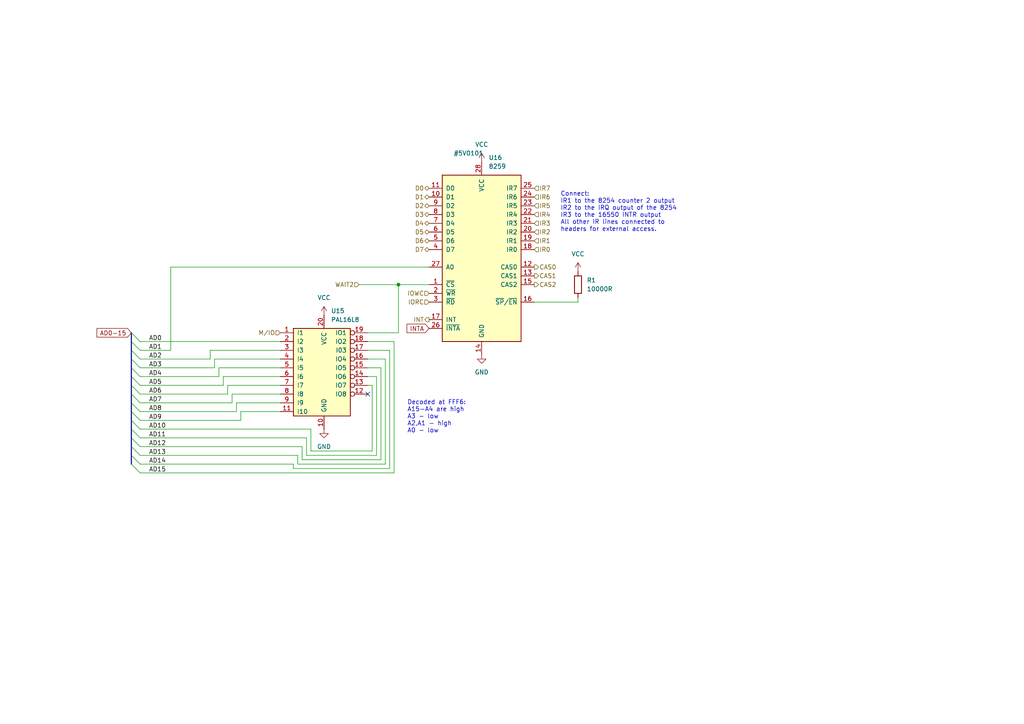
<source format=kicad_sch>
(kicad_sch (version 20211123) (generator eeschema)

  (uuid c3bd5a33-3291-4ee8-9941-680e0d2e6efc)

  (paper "A4")

  (lib_symbols
    (symbol "Device:R" (pin_numbers hide) (pin_names (offset 0)) (in_bom yes) (on_board yes)
      (property "Reference" "R" (id 0) (at 2.032 0 90)
        (effects (font (size 1.27 1.27)))
      )
      (property "Value" "R" (id 1) (at 0 0 90)
        (effects (font (size 1.27 1.27)))
      )
      (property "Footprint" "" (id 2) (at -1.778 0 90)
        (effects (font (size 1.27 1.27)) hide)
      )
      (property "Datasheet" "~" (id 3) (at 0 0 0)
        (effects (font (size 1.27 1.27)) hide)
      )
      (property "ki_keywords" "R res resistor" (id 4) (at 0 0 0)
        (effects (font (size 1.27 1.27)) hide)
      )
      (property "ki_description" "Resistor" (id 5) (at 0 0 0)
        (effects (font (size 1.27 1.27)) hide)
      )
      (property "ki_fp_filters" "R_*" (id 6) (at 0 0 0)
        (effects (font (size 1.27 1.27)) hide)
      )
      (symbol "R_0_1"
        (rectangle (start -1.016 -2.54) (end 1.016 2.54)
          (stroke (width 0.254) (type default) (color 0 0 0 0))
          (fill (type none))
        )
      )
      (symbol "R_1_1"
        (pin passive line (at 0 3.81 270) (length 1.27)
          (name "~" (effects (font (size 1.27 1.27))))
          (number "1" (effects (font (size 1.27 1.27))))
        )
        (pin passive line (at 0 -3.81 90) (length 1.27)
          (name "~" (effects (font (size 1.27 1.27))))
          (number "2" (effects (font (size 1.27 1.27))))
        )
      )
    )
    (symbol "Interface:8259" (pin_names (offset 1.016)) (in_bom yes) (on_board yes)
      (property "Reference" "U" (id 0) (at -10.16 25.4 0)
        (effects (font (size 1.27 1.27)))
      )
      (property "Value" "8259" (id 1) (at 8.89 25.4 0)
        (effects (font (size 1.27 1.27)))
      )
      (property "Footprint" "Package_DIP:DIP-28_W15.24mm" (id 2) (at 0 0 0)
        (effects (font (size 1.27 1.27) italic) hide)
      )
      (property "Datasheet" "http://pdos.csail.mit.edu/6.828/2005/readings/hardware/8259A.pdf" (id 3) (at 0 0 0)
        (effects (font (size 1.27 1.27)) hide)
      )
      (property "ki_keywords" "PIC" (id 4) (at 0 0 0)
        (effects (font (size 1.27 1.27)) hide)
      )
      (property "ki_description" "8259, Programmable Interrupt Controller, PDIP-28" (id 5) (at 0 0 0)
        (effects (font (size 1.27 1.27)) hide)
      )
      (property "ki_fp_filters" "DIP*W15.24mm*" (id 6) (at 0 0 0)
        (effects (font (size 1.27 1.27)) hide)
      )
      (symbol "8259_0_1"
        (rectangle (start -11.43 24.13) (end 11.43 -24.13)
          (stroke (width 0.254) (type default) (color 0 0 0 0))
          (fill (type background))
        )
      )
      (symbol "8259_1_1"
        (pin input line (at -15.24 -7.62 0) (length 3.81)
          (name "~{CS}" (effects (font (size 1.27 1.27))))
          (number "1" (effects (font (size 1.27 1.27))))
        )
        (pin bidirectional line (at -15.24 17.78 0) (length 3.81)
          (name "D1" (effects (font (size 1.27 1.27))))
          (number "10" (effects (font (size 1.27 1.27))))
        )
        (pin bidirectional line (at -15.24 20.32 0) (length 3.81)
          (name "D0" (effects (font (size 1.27 1.27))))
          (number "11" (effects (font (size 1.27 1.27))))
        )
        (pin input line (at 15.24 -2.54 180) (length 3.81)
          (name "CAS0" (effects (font (size 1.27 1.27))))
          (number "12" (effects (font (size 1.27 1.27))))
        )
        (pin output line (at 15.24 -5.08 180) (length 3.81)
          (name "CAS1" (effects (font (size 1.27 1.27))))
          (number "13" (effects (font (size 1.27 1.27))))
        )
        (pin power_in line (at 0 -27.94 90) (length 3.81)
          (name "GND" (effects (font (size 1.27 1.27))))
          (number "14" (effects (font (size 1.27 1.27))))
        )
        (pin output line (at 15.24 -7.62 180) (length 3.81)
          (name "CAS2" (effects (font (size 1.27 1.27))))
          (number "15" (effects (font (size 1.27 1.27))))
        )
        (pin bidirectional line (at 15.24 -12.7 180) (length 3.81)
          (name "~{SP}/~{EN}" (effects (font (size 1.27 1.27))))
          (number "16" (effects (font (size 1.27 1.27))))
        )
        (pin output line (at -15.24 -17.78 0) (length 3.81)
          (name "INT" (effects (font (size 1.27 1.27))))
          (number "17" (effects (font (size 1.27 1.27))))
        )
        (pin input line (at 15.24 2.54 180) (length 3.81)
          (name "IR0" (effects (font (size 1.27 1.27))))
          (number "18" (effects (font (size 1.27 1.27))))
        )
        (pin input line (at 15.24 5.08 180) (length 3.81)
          (name "IR1" (effects (font (size 1.27 1.27))))
          (number "19" (effects (font (size 1.27 1.27))))
        )
        (pin input line (at -15.24 -10.16 0) (length 3.81)
          (name "~{WR}" (effects (font (size 1.27 1.27))))
          (number "2" (effects (font (size 1.27 1.27))))
        )
        (pin input line (at 15.24 7.62 180) (length 3.81)
          (name "IR2" (effects (font (size 1.27 1.27))))
          (number "20" (effects (font (size 1.27 1.27))))
        )
        (pin input line (at 15.24 10.16 180) (length 3.81)
          (name "IR3" (effects (font (size 1.27 1.27))))
          (number "21" (effects (font (size 1.27 1.27))))
        )
        (pin input line (at 15.24 12.7 180) (length 3.81)
          (name "IR4" (effects (font (size 1.27 1.27))))
          (number "22" (effects (font (size 1.27 1.27))))
        )
        (pin input line (at 15.24 15.24 180) (length 3.81)
          (name "IR5" (effects (font (size 1.27 1.27))))
          (number "23" (effects (font (size 1.27 1.27))))
        )
        (pin input line (at 15.24 17.78 180) (length 3.81)
          (name "IR6" (effects (font (size 1.27 1.27))))
          (number "24" (effects (font (size 1.27 1.27))))
        )
        (pin input line (at 15.24 20.32 180) (length 3.81)
          (name "IR7" (effects (font (size 1.27 1.27))))
          (number "25" (effects (font (size 1.27 1.27))))
        )
        (pin input line (at -15.24 -20.32 0) (length 3.81)
          (name "~{INTA}" (effects (font (size 1.27 1.27))))
          (number "26" (effects (font (size 1.27 1.27))))
        )
        (pin input line (at -15.24 -2.54 0) (length 3.81)
          (name "A0" (effects (font (size 1.27 1.27))))
          (number "27" (effects (font (size 1.27 1.27))))
        )
        (pin power_in line (at 0 27.94 270) (length 3.81)
          (name "VCC" (effects (font (size 1.27 1.27))))
          (number "28" (effects (font (size 1.27 1.27))))
        )
        (pin input line (at -15.24 -12.7 0) (length 3.81)
          (name "~{RD}" (effects (font (size 1.27 1.27))))
          (number "3" (effects (font (size 1.27 1.27))))
        )
        (pin bidirectional line (at -15.24 2.54 0) (length 3.81)
          (name "D7" (effects (font (size 1.27 1.27))))
          (number "4" (effects (font (size 1.27 1.27))))
        )
        (pin bidirectional line (at -15.24 5.08 0) (length 3.81)
          (name "D6" (effects (font (size 1.27 1.27))))
          (number "5" (effects (font (size 1.27 1.27))))
        )
        (pin bidirectional line (at -15.24 7.62 0) (length 3.81)
          (name "D5" (effects (font (size 1.27 1.27))))
          (number "6" (effects (font (size 1.27 1.27))))
        )
        (pin bidirectional line (at -15.24 10.16 0) (length 3.81)
          (name "D4" (effects (font (size 1.27 1.27))))
          (number "7" (effects (font (size 1.27 1.27))))
        )
        (pin bidirectional line (at -15.24 12.7 0) (length 3.81)
          (name "D3" (effects (font (size 1.27 1.27))))
          (number "8" (effects (font (size 1.27 1.27))))
        )
        (pin bidirectional line (at -15.24 15.24 0) (length 3.81)
          (name "D2" (effects (font (size 1.27 1.27))))
          (number "9" (effects (font (size 1.27 1.27))))
        )
      )
    )
    (symbol "Logic_Programmable:PAL16L8" (pin_names (offset 1.016)) (in_bom yes) (on_board yes)
      (property "Reference" "U" (id 0) (at -8.89 16.51 0)
        (effects (font (size 1.27 1.27)) (justify left))
      )
      (property "Value" "PAL16L8" (id 1) (at 1.27 16.51 0)
        (effects (font (size 1.27 1.27)) (justify left))
      )
      (property "Footprint" "" (id 2) (at 0 0 0)
        (effects (font (size 1.27 1.27)) hide)
      )
      (property "Datasheet" "" (id 3) (at 0 0 0)
        (effects (font (size 1.27 1.27)) hide)
      )
      (property "ki_keywords" "PAL PLD 16L8" (id 4) (at 0 0 0)
        (effects (font (size 1.27 1.27)) hide)
      )
      (property "ki_description" "Programmable Logic Array, DIP-20" (id 5) (at 0 0 0)
        (effects (font (size 1.27 1.27)) hide)
      )
      (property "ki_fp_filters" "DIP* PDIP*" (id 6) (at 0 0 0)
        (effects (font (size 1.27 1.27)) hide)
      )
      (symbol "PAL16L8_0_0"
        (pin power_in line (at 0 -15.24 90) (length 3.81)
          (name "GND" (effects (font (size 1.27 1.27))))
          (number "10" (effects (font (size 1.27 1.27))))
        )
        (pin power_in line (at 0 17.78 270) (length 3.81)
          (name "VCC" (effects (font (size 1.27 1.27))))
          (number "20" (effects (font (size 1.27 1.27))))
        )
      )
      (symbol "PAL16L8_0_1"
        (rectangle (start -8.89 13.97) (end 7.62 -11.43)
          (stroke (width 0.254) (type default) (color 0 0 0 0))
          (fill (type background))
        )
      )
      (symbol "PAL16L8_1_1"
        (pin input line (at -12.7 12.7 0) (length 3.81)
          (name "I1" (effects (font (size 1.27 1.27))))
          (number "1" (effects (font (size 1.27 1.27))))
        )
        (pin input line (at -12.7 -10.16 0) (length 3.81)
          (name "I10" (effects (font (size 1.27 1.27))))
          (number "11" (effects (font (size 1.27 1.27))))
        )
        (pin tri_state inverted (at 12.7 -5.08 180) (length 5.08)
          (name "IO8" (effects (font (size 1.27 1.27))))
          (number "12" (effects (font (size 1.27 1.27))))
        )
        (pin tri_state inverted (at 12.7 -2.54 180) (length 5.08)
          (name "IO7" (effects (font (size 1.27 1.27))))
          (number "13" (effects (font (size 1.27 1.27))))
        )
        (pin tri_state inverted (at 12.7 0 180) (length 5.08)
          (name "IO6" (effects (font (size 1.27 1.27))))
          (number "14" (effects (font (size 1.27 1.27))))
        )
        (pin tri_state inverted (at 12.7 2.54 180) (length 5.08)
          (name "IO5" (effects (font (size 1.27 1.27))))
          (number "15" (effects (font (size 1.27 1.27))))
        )
        (pin tri_state inverted (at 12.7 5.08 180) (length 5.08)
          (name "IO4" (effects (font (size 1.27 1.27))))
          (number "16" (effects (font (size 1.27 1.27))))
        )
        (pin tri_state inverted (at 12.7 7.62 180) (length 5.08)
          (name "I03" (effects (font (size 1.27 1.27))))
          (number "17" (effects (font (size 1.27 1.27))))
        )
        (pin tri_state inverted (at 12.7 10.16 180) (length 5.08)
          (name "IO2" (effects (font (size 1.27 1.27))))
          (number "18" (effects (font (size 1.27 1.27))))
        )
        (pin tri_state inverted (at 12.7 12.7 180) (length 5.08)
          (name "IO1" (effects (font (size 1.27 1.27))))
          (number "19" (effects (font (size 1.27 1.27))))
        )
        (pin input line (at -12.7 10.16 0) (length 3.81)
          (name "I2" (effects (font (size 1.27 1.27))))
          (number "2" (effects (font (size 1.27 1.27))))
        )
        (pin input line (at -12.7 7.62 0) (length 3.81)
          (name "I3" (effects (font (size 1.27 1.27))))
          (number "3" (effects (font (size 1.27 1.27))))
        )
        (pin input line (at -12.7 5.08 0) (length 3.81)
          (name "I4" (effects (font (size 1.27 1.27))))
          (number "4" (effects (font (size 1.27 1.27))))
        )
        (pin input line (at -12.7 2.54 0) (length 3.81)
          (name "I5" (effects (font (size 1.27 1.27))))
          (number "5" (effects (font (size 1.27 1.27))))
        )
        (pin input line (at -12.7 0 0) (length 3.81)
          (name "I6" (effects (font (size 1.27 1.27))))
          (number "6" (effects (font (size 1.27 1.27))))
        )
        (pin input line (at -12.7 -2.54 0) (length 3.81)
          (name "I7" (effects (font (size 1.27 1.27))))
          (number "7" (effects (font (size 1.27 1.27))))
        )
        (pin input line (at -12.7 -5.08 0) (length 3.81)
          (name "I8" (effects (font (size 1.27 1.27))))
          (number "8" (effects (font (size 1.27 1.27))))
        )
        (pin input line (at -12.7 -7.62 0) (length 3.81)
          (name "I9" (effects (font (size 1.27 1.27))))
          (number "9" (effects (font (size 1.27 1.27))))
        )
      )
    )
    (symbol "power:GND" (power) (pin_names (offset 0)) (in_bom yes) (on_board yes)
      (property "Reference" "#PWR" (id 0) (at 0 -6.35 0)
        (effects (font (size 1.27 1.27)) hide)
      )
      (property "Value" "GND" (id 1) (at 0 -3.81 0)
        (effects (font (size 1.27 1.27)))
      )
      (property "Footprint" "" (id 2) (at 0 0 0)
        (effects (font (size 1.27 1.27)) hide)
      )
      (property "Datasheet" "" (id 3) (at 0 0 0)
        (effects (font (size 1.27 1.27)) hide)
      )
      (property "ki_keywords" "power-flag" (id 4) (at 0 0 0)
        (effects (font (size 1.27 1.27)) hide)
      )
      (property "ki_description" "Power symbol creates a global label with name \"GND\" , ground" (id 5) (at 0 0 0)
        (effects (font (size 1.27 1.27)) hide)
      )
      (symbol "GND_0_1"
        (polyline
          (pts
            (xy 0 0)
            (xy 0 -1.27)
            (xy 1.27 -1.27)
            (xy 0 -2.54)
            (xy -1.27 -1.27)
            (xy 0 -1.27)
          )
          (stroke (width 0) (type default) (color 0 0 0 0))
          (fill (type none))
        )
      )
      (symbol "GND_1_1"
        (pin power_in line (at 0 0 270) (length 0) hide
          (name "GND" (effects (font (size 1.27 1.27))))
          (number "1" (effects (font (size 1.27 1.27))))
        )
      )
    )
    (symbol "power:VCC" (power) (pin_names (offset 0)) (in_bom yes) (on_board yes)
      (property "Reference" "#PWR" (id 0) (at 0 -3.81 0)
        (effects (font (size 1.27 1.27)) hide)
      )
      (property "Value" "VCC" (id 1) (at 0 3.81 0)
        (effects (font (size 1.27 1.27)))
      )
      (property "Footprint" "" (id 2) (at 0 0 0)
        (effects (font (size 1.27 1.27)) hide)
      )
      (property "Datasheet" "" (id 3) (at 0 0 0)
        (effects (font (size 1.27 1.27)) hide)
      )
      (property "ki_keywords" "power-flag" (id 4) (at 0 0 0)
        (effects (font (size 1.27 1.27)) hide)
      )
      (property "ki_description" "Power symbol creates a global label with name \"VCC\"" (id 5) (at 0 0 0)
        (effects (font (size 1.27 1.27)) hide)
      )
      (symbol "VCC_0_1"
        (polyline
          (pts
            (xy -0.762 1.27)
            (xy 0 2.54)
          )
          (stroke (width 0) (type default) (color 0 0 0 0))
          (fill (type none))
        )
        (polyline
          (pts
            (xy 0 0)
            (xy 0 2.54)
          )
          (stroke (width 0) (type default) (color 0 0 0 0))
          (fill (type none))
        )
        (polyline
          (pts
            (xy 0 2.54)
            (xy 0.762 1.27)
          )
          (stroke (width 0) (type default) (color 0 0 0 0))
          (fill (type none))
        )
      )
      (symbol "VCC_1_1"
        (pin power_in line (at 0 0 90) (length 0) hide
          (name "VCC" (effects (font (size 1.27 1.27))))
          (number "1" (effects (font (size 1.27 1.27))))
        )
      )
    )
  )

  (junction (at 115.57 82.55) (diameter 0) (color 0 0 0 0)
    (uuid 97ef7469-2a29-4403-82bf-8c894a33a529)
  )

  (no_connect (at 106.68 114.3) (uuid a7c67b37-9f06-4105-af71-8cb6f2d5b24c))

  (bus_entry (at 38.1 111.76) (size 2.54 2.54)
    (stroke (width 0) (type default) (color 0 0 0 0))
    (uuid 010c0be7-1a90-4b61-b672-c4a5e84bdd71)
  )
  (bus_entry (at 38.1 134.62) (size 2.54 2.54)
    (stroke (width 0) (type default) (color 0 0 0 0))
    (uuid 1d42d395-986c-485e-96b6-d204fdf4804e)
  )
  (bus_entry (at 38.1 114.3) (size 2.54 2.54)
    (stroke (width 0) (type default) (color 0 0 0 0))
    (uuid 3deabf90-4200-44e5-96f0-6dbdb285e2f9)
  )
  (bus_entry (at 38.1 106.68) (size 2.54 2.54)
    (stroke (width 0) (type default) (color 0 0 0 0))
    (uuid 3f3bc982-780a-410a-b4c0-cab1ea7bfd8a)
  )
  (bus_entry (at 38.1 132.08) (size 2.54 2.54)
    (stroke (width 0) (type default) (color 0 0 0 0))
    (uuid 54858f06-6dbf-4daa-937e-2b0571f1efb8)
  )
  (bus_entry (at 38.1 99.06) (size 2.54 2.54)
    (stroke (width 0) (type default) (color 0 0 0 0))
    (uuid 5b6fcaa1-1b61-4803-b735-8cc589f6dd98)
  )
  (bus_entry (at 38.1 127) (size 2.54 2.54)
    (stroke (width 0) (type default) (color 0 0 0 0))
    (uuid 65841c67-e93f-4ee8-ae35-b54b36d10b71)
  )
  (bus_entry (at 38.1 124.46) (size 2.54 2.54)
    (stroke (width 0) (type default) (color 0 0 0 0))
    (uuid a344ec5d-b73e-465c-9800-46fbf1673182)
  )
  (bus_entry (at 38.1 119.38) (size 2.54 2.54)
    (stroke (width 0) (type default) (color 0 0 0 0))
    (uuid a6c10abf-ce05-4eee-8557-493001bc5c34)
  )
  (bus_entry (at 38.1 129.54) (size 2.54 2.54)
    (stroke (width 0) (type default) (color 0 0 0 0))
    (uuid a8d21962-d5d2-4a55-a596-f267e7d0f717)
  )
  (bus_entry (at 38.1 101.6) (size 2.54 2.54)
    (stroke (width 0) (type default) (color 0 0 0 0))
    (uuid c88593fc-b7e2-4379-bc75-a6bbb33bcac6)
  )
  (bus_entry (at 38.1 104.14) (size 2.54 2.54)
    (stroke (width 0) (type default) (color 0 0 0 0))
    (uuid ce43c95c-912d-4e75-9bda-67d20d36eec8)
  )
  (bus_entry (at 38.1 116.84) (size 2.54 2.54)
    (stroke (width 0) (type default) (color 0 0 0 0))
    (uuid dd23be3d-5e61-44a4-84d0-a21a5fcf6cd5)
  )
  (bus_entry (at 38.1 109.22) (size 2.54 2.54)
    (stroke (width 0) (type default) (color 0 0 0 0))
    (uuid de71fce9-9093-48e9-bc38-5b99abde815b)
  )
  (bus_entry (at 38.1 96.52) (size 2.54 2.54)
    (stroke (width 0) (type default) (color 0 0 0 0))
    (uuid f5648eac-f1fa-4736-9afa-f19e529847c7)
  )
  (bus_entry (at 38.1 121.92) (size 2.54 2.54)
    (stroke (width 0) (type default) (color 0 0 0 0))
    (uuid fbaf9560-bc58-4929-a8dd-cbb80e541fc9)
  )

  (wire (pts (xy 110.49 133.35) (xy 110.49 106.68))
    (stroke (width 0) (type default) (color 0 0 0 0))
    (uuid 00bbb7b7-5253-41e5-a4d8-18b9513e99b5)
  )
  (wire (pts (xy 63.5 109.22) (xy 40.64 109.22))
    (stroke (width 0) (type default) (color 0 0 0 0))
    (uuid 057b7cc8-a3ac-4d0c-b902-fe98175b01c4)
  )
  (wire (pts (xy 40.64 124.46) (xy 90.17 124.46))
    (stroke (width 0) (type default) (color 0 0 0 0))
    (uuid 0a9d2a8b-9da0-4656-832f-71744b12d8b1)
  )
  (wire (pts (xy 114.3 99.06) (xy 106.68 99.06))
    (stroke (width 0) (type default) (color 0 0 0 0))
    (uuid 0e12a2ac-7d73-44a5-8aa4-a69311b51a4c)
  )
  (wire (pts (xy 49.53 77.47) (xy 124.46 77.47))
    (stroke (width 0) (type default) (color 0 0 0 0))
    (uuid 10225546-0021-4d1d-9def-48f3e29588b5)
  )
  (wire (pts (xy 88.9 127) (xy 88.9 132.08))
    (stroke (width 0) (type default) (color 0 0 0 0))
    (uuid 1548cb3c-20ae-4fd8-abbb-5b6e66d2187c)
  )
  (wire (pts (xy 115.57 82.55) (xy 124.46 82.55))
    (stroke (width 0) (type default) (color 0 0 0 0))
    (uuid 16202185-87e6-4c20-bbf7-170d03531c71)
  )
  (bus (pts (xy 38.1 121.92) (xy 38.1 124.46))
    (stroke (width 0) (type default) (color 0 0 0 0))
    (uuid 19541910-de90-498a-af3e-3295545f6ee3)
  )

  (wire (pts (xy 40.64 104.14) (xy 60.96 104.14))
    (stroke (width 0) (type default) (color 0 0 0 0))
    (uuid 1975351b-840b-4e5f-a725-d2893858f872)
  )
  (wire (pts (xy 66.04 111.76) (xy 66.04 114.3))
    (stroke (width 0) (type default) (color 0 0 0 0))
    (uuid 1a43073c-9828-47a6-926b-3980f60a77b9)
  )
  (wire (pts (xy 69.85 119.38) (xy 69.85 121.92))
    (stroke (width 0) (type default) (color 0 0 0 0))
    (uuid 1ec11801-2aff-40f7-a21f-82d0ad7ba20e)
  )
  (wire (pts (xy 90.17 124.46) (xy 90.17 130.81))
    (stroke (width 0) (type default) (color 0 0 0 0))
    (uuid 1fbab0ce-5544-4993-91dc-f0e1efbe5b44)
  )
  (wire (pts (xy 40.64 127) (xy 88.9 127))
    (stroke (width 0) (type default) (color 0 0 0 0))
    (uuid 257a931e-3cb2-4bd2-8f4b-ce93ec063a87)
  )
  (wire (pts (xy 111.76 134.62) (xy 111.76 104.14))
    (stroke (width 0) (type default) (color 0 0 0 0))
    (uuid 2e5f529e-6938-470c-bfcb-08ab2579c219)
  )
  (wire (pts (xy 86.36 134.62) (xy 86.36 132.08))
    (stroke (width 0) (type default) (color 0 0 0 0))
    (uuid 2ea4de40-267a-4bb3-b575-e4144863d256)
  )
  (wire (pts (xy 167.64 87.63) (xy 154.94 87.63))
    (stroke (width 0) (type default) (color 0 0 0 0))
    (uuid 2eefb77a-c30b-42f2-a0dd-3b92e0293566)
  )
  (wire (pts (xy 67.31 116.84) (xy 67.31 114.3))
    (stroke (width 0) (type default) (color 0 0 0 0))
    (uuid 2f811874-66eb-4273-adfa-8e8dbbc16f37)
  )
  (wire (pts (xy 68.58 116.84) (xy 68.58 119.38))
    (stroke (width 0) (type default) (color 0 0 0 0))
    (uuid 358aee33-ff9a-490c-a77f-b92c4b306500)
  )
  (bus (pts (xy 38.1 127) (xy 38.1 129.54))
    (stroke (width 0) (type default) (color 0 0 0 0))
    (uuid 35c0c8f0-ea39-4a21-9012-e27ab039b59c)
  )
  (bus (pts (xy 38.1 106.68) (xy 38.1 109.22))
    (stroke (width 0) (type default) (color 0 0 0 0))
    (uuid 3e03ed7b-e575-465e-baf6-1cc95fbb0800)
  )
  (bus (pts (xy 38.1 116.84) (xy 38.1 119.38))
    (stroke (width 0) (type default) (color 0 0 0 0))
    (uuid 3f8f4e1b-8887-4e15-8e49-d50a699e2719)
  )

  (wire (pts (xy 40.64 129.54) (xy 87.63 129.54))
    (stroke (width 0) (type default) (color 0 0 0 0))
    (uuid 42f9cadb-f924-4b67-a957-d307e80cb1d9)
  )
  (wire (pts (xy 87.63 129.54) (xy 87.63 133.35))
    (stroke (width 0) (type default) (color 0 0 0 0))
    (uuid 43cd6e78-0dd0-4cb2-be0f-fca9f2fd8472)
  )
  (wire (pts (xy 60.96 104.14) (xy 60.96 101.6))
    (stroke (width 0) (type default) (color 0 0 0 0))
    (uuid 43e2ef41-3492-49bc-8c36-ed91dd8d3a3f)
  )
  (wire (pts (xy 62.23 106.68) (xy 40.64 106.68))
    (stroke (width 0) (type default) (color 0 0 0 0))
    (uuid 44910b65-ac65-4d67-90cb-1f8e0ef331be)
  )
  (wire (pts (xy 86.36 132.08) (xy 40.64 132.08))
    (stroke (width 0) (type default) (color 0 0 0 0))
    (uuid 4ee594e3-423e-4bdd-b574-484ac0cf33a1)
  )
  (wire (pts (xy 81.28 109.22) (xy 64.77 109.22))
    (stroke (width 0) (type default) (color 0 0 0 0))
    (uuid 4f7766b5-fb93-4ba5-ae8d-adec23346d96)
  )
  (wire (pts (xy 64.77 109.22) (xy 64.77 111.76))
    (stroke (width 0) (type default) (color 0 0 0 0))
    (uuid 51707993-63ca-48d6-b97a-d369e2eb05d7)
  )
  (wire (pts (xy 109.22 132.08) (xy 109.22 109.22))
    (stroke (width 0) (type default) (color 0 0 0 0))
    (uuid 5259c343-96c7-4b7f-8398-f2621405b56e)
  )
  (wire (pts (xy 66.04 114.3) (xy 40.64 114.3))
    (stroke (width 0) (type default) (color 0 0 0 0))
    (uuid 59f7e62b-e6b0-4a04-9e3d-07d6a2697c94)
  )
  (bus (pts (xy 38.1 101.6) (xy 38.1 104.14))
    (stroke (width 0) (type default) (color 0 0 0 0))
    (uuid 5a893f0c-b73b-41e6-8087-41097ba793e0)
  )

  (wire (pts (xy 86.36 134.62) (xy 111.76 134.62))
    (stroke (width 0) (type default) (color 0 0 0 0))
    (uuid 63e2e589-d983-4db7-bf36-4de52f8a6a5a)
  )
  (wire (pts (xy 109.22 109.22) (xy 106.68 109.22))
    (stroke (width 0) (type default) (color 0 0 0 0))
    (uuid 6849cab5-125e-466e-a801-931853cc08f6)
  )
  (wire (pts (xy 90.17 130.81) (xy 107.95 130.81))
    (stroke (width 0) (type default) (color 0 0 0 0))
    (uuid 6b61f8e6-23cc-408e-84ae-12512c75908b)
  )
  (wire (pts (xy 106.68 96.52) (xy 115.57 96.52))
    (stroke (width 0) (type default) (color 0 0 0 0))
    (uuid 703c37c7-567e-43b3-b6c5-6a504451f77b)
  )
  (wire (pts (xy 40.64 101.6) (xy 49.53 101.6))
    (stroke (width 0) (type default) (color 0 0 0 0))
    (uuid 70665ed7-57b1-4f1d-831b-023c2fa93e10)
  )
  (bus (pts (xy 38.1 104.14) (xy 38.1 106.68))
    (stroke (width 0) (type default) (color 0 0 0 0))
    (uuid 72536c83-d577-4136-b7a4-70bb75b30733)
  )
  (bus (pts (xy 38.1 109.22) (xy 38.1 111.76))
    (stroke (width 0) (type default) (color 0 0 0 0))
    (uuid 7eff3c7e-c998-4b19-be46-32643d78aa79)
  )

  (wire (pts (xy 85.09 134.62) (xy 85.09 135.89))
    (stroke (width 0) (type default) (color 0 0 0 0))
    (uuid 8064d8d6-f489-4618-8cdb-5b03e7d92873)
  )
  (wire (pts (xy 110.49 106.68) (xy 106.68 106.68))
    (stroke (width 0) (type default) (color 0 0 0 0))
    (uuid 89b7738a-9097-4b91-b488-5fc10f7380fb)
  )
  (wire (pts (xy 113.03 135.89) (xy 113.03 101.6))
    (stroke (width 0) (type default) (color 0 0 0 0))
    (uuid 8a77bf03-8617-4743-bdcd-c90577fa5d0a)
  )
  (wire (pts (xy 68.58 119.38) (xy 40.64 119.38))
    (stroke (width 0) (type default) (color 0 0 0 0))
    (uuid 8e8b9d00-4a22-4a9a-a1ef-566760dd1463)
  )
  (wire (pts (xy 104.14 82.55) (xy 115.57 82.55))
    (stroke (width 0) (type default) (color 0 0 0 0))
    (uuid 8f7115ec-bc58-430f-923e-a6e62007524a)
  )
  (wire (pts (xy 40.64 134.62) (xy 85.09 134.62))
    (stroke (width 0) (type default) (color 0 0 0 0))
    (uuid 90695b95-d1b2-43cd-8fe3-c57471400567)
  )
  (bus (pts (xy 38.1 96.52) (xy 38.1 99.06))
    (stroke (width 0) (type default) (color 0 0 0 0))
    (uuid 9515c456-0939-4007-8ff7-d24c99f9433b)
  )

  (wire (pts (xy 85.09 135.89) (xy 113.03 135.89))
    (stroke (width 0) (type default) (color 0 0 0 0))
    (uuid 97a8824b-8c29-48a1-8a13-26fea518967d)
  )
  (wire (pts (xy 113.03 101.6) (xy 106.68 101.6))
    (stroke (width 0) (type default) (color 0 0 0 0))
    (uuid 9adee00a-445d-406c-ba23-8e571e164d44)
  )
  (wire (pts (xy 67.31 114.3) (xy 81.28 114.3))
    (stroke (width 0) (type default) (color 0 0 0 0))
    (uuid 9bda37d1-db0a-4cb6-b518-07a13976ec9b)
  )
  (wire (pts (xy 115.57 96.52) (xy 115.57 82.55))
    (stroke (width 0) (type default) (color 0 0 0 0))
    (uuid a4d491e5-2aa8-4613-b435-e13999fa2af3)
  )
  (wire (pts (xy 81.28 119.38) (xy 69.85 119.38))
    (stroke (width 0) (type default) (color 0 0 0 0))
    (uuid a80f4691-9f8e-4adc-b26b-3b30f5936605)
  )
  (bus (pts (xy 38.1 111.76) (xy 38.1 114.3))
    (stroke (width 0) (type default) (color 0 0 0 0))
    (uuid aa85bb3b-09e4-43c0-bc0a-3e2ed6bd9d6b)
  )
  (bus (pts (xy 38.1 99.06) (xy 38.1 101.6))
    (stroke (width 0) (type default) (color 0 0 0 0))
    (uuid ad082d34-58a0-4aea-9d88-a9546b3f6c34)
  )
  (bus (pts (xy 38.1 124.46) (xy 38.1 127))
    (stroke (width 0) (type default) (color 0 0 0 0))
    (uuid adcb2023-29f3-462b-955a-6c73132699ce)
  )

  (wire (pts (xy 63.5 106.68) (xy 63.5 109.22))
    (stroke (width 0) (type default) (color 0 0 0 0))
    (uuid addc97f9-1c30-4066-81cc-f5b6e290ea35)
  )
  (wire (pts (xy 88.9 132.08) (xy 109.22 132.08))
    (stroke (width 0) (type default) (color 0 0 0 0))
    (uuid b2f5f7ae-294b-443d-9798-855bc67629a6)
  )
  (wire (pts (xy 107.95 130.81) (xy 107.95 111.76))
    (stroke (width 0) (type default) (color 0 0 0 0))
    (uuid b4e6c7b6-9734-4bf3-8bdc-2e219cdd260d)
  )
  (wire (pts (xy 40.64 137.16) (xy 114.3 137.16))
    (stroke (width 0) (type default) (color 0 0 0 0))
    (uuid ba1bee09-52d4-477e-80b9-33946e61c5f7)
  )
  (wire (pts (xy 40.64 116.84) (xy 67.31 116.84))
    (stroke (width 0) (type default) (color 0 0 0 0))
    (uuid bd3416fa-9f98-4472-9349-07ce2ac99338)
  )
  (wire (pts (xy 81.28 116.84) (xy 68.58 116.84))
    (stroke (width 0) (type default) (color 0 0 0 0))
    (uuid bf04699d-3743-4bef-97e0-952c912927fe)
  )
  (wire (pts (xy 81.28 106.68) (xy 63.5 106.68))
    (stroke (width 0) (type default) (color 0 0 0 0))
    (uuid bfdf7b49-5e91-413d-975b-06024d2067c8)
  )
  (wire (pts (xy 62.23 104.14) (xy 62.23 106.68))
    (stroke (width 0) (type default) (color 0 0 0 0))
    (uuid d0ee873a-48c7-4255-b141-fa3a7bf395d5)
  )
  (wire (pts (xy 81.28 111.76) (xy 66.04 111.76))
    (stroke (width 0) (type default) (color 0 0 0 0))
    (uuid d4c18bd8-7432-42e4-bb2e-7160b6455c26)
  )
  (bus (pts (xy 38.1 119.38) (xy 38.1 121.92))
    (stroke (width 0) (type default) (color 0 0 0 0))
    (uuid d5e5f573-d0f9-4fd8-b585-081b31b1d84b)
  )

  (wire (pts (xy 111.76 104.14) (xy 106.68 104.14))
    (stroke (width 0) (type default) (color 0 0 0 0))
    (uuid db253f40-33d0-40e5-8906-ed4bba0e927f)
  )
  (bus (pts (xy 38.1 132.08) (xy 38.1 134.62))
    (stroke (width 0) (type default) (color 0 0 0 0))
    (uuid dc0ec579-2a45-429c-a163-88bdc77393ad)
  )

  (wire (pts (xy 40.64 111.76) (xy 64.77 111.76))
    (stroke (width 0) (type default) (color 0 0 0 0))
    (uuid de9cbc1a-1f46-40be-be27-ac1afd12d850)
  )
  (wire (pts (xy 69.85 121.92) (xy 40.64 121.92))
    (stroke (width 0) (type default) (color 0 0 0 0))
    (uuid deca4c02-ed3b-4d34-b26c-248fcb57a926)
  )
  (wire (pts (xy 167.64 86.36) (xy 167.64 87.63))
    (stroke (width 0) (type default) (color 0 0 0 0))
    (uuid e3e3a871-e992-49a5-92db-045f04773f86)
  )
  (wire (pts (xy 114.3 137.16) (xy 114.3 99.06))
    (stroke (width 0) (type default) (color 0 0 0 0))
    (uuid e3f0f20d-7b8f-4765-8d72-d8b39d7e9ae0)
  )
  (wire (pts (xy 87.63 133.35) (xy 110.49 133.35))
    (stroke (width 0) (type default) (color 0 0 0 0))
    (uuid e5782e06-8943-4889-9314-d5191d77ebc0)
  )
  (wire (pts (xy 49.53 101.6) (xy 49.53 77.47))
    (stroke (width 0) (type default) (color 0 0 0 0))
    (uuid e73e8c79-3896-435c-90b3-377acfbff2cb)
  )
  (wire (pts (xy 62.23 104.14) (xy 81.28 104.14))
    (stroke (width 0) (type default) (color 0 0 0 0))
    (uuid eab0bf01-c137-4196-b999-8736d1bf2cef)
  )
  (bus (pts (xy 38.1 129.54) (xy 38.1 132.08))
    (stroke (width 0) (type default) (color 0 0 0 0))
    (uuid eb0877f3-6c7a-4b16-88c1-50a89c1f736f)
  )
  (bus (pts (xy 38.1 114.3) (xy 38.1 116.84))
    (stroke (width 0) (type default) (color 0 0 0 0))
    (uuid ee68bc82-da42-4cd3-96db-0e3ff9cf4485)
  )

  (wire (pts (xy 60.96 101.6) (xy 81.28 101.6))
    (stroke (width 0) (type default) (color 0 0 0 0))
    (uuid f0cd2d48-b78b-48bb-811f-b35bf2a97982)
  )
  (wire (pts (xy 40.64 99.06) (xy 81.28 99.06))
    (stroke (width 0) (type default) (color 0 0 0 0))
    (uuid f84a4d32-ad3c-47d7-8c41-ea31ab770a76)
  )
  (wire (pts (xy 107.95 111.76) (xy 106.68 111.76))
    (stroke (width 0) (type default) (color 0 0 0 0))
    (uuid fb36b760-88a1-443b-900d-7a66c7a60d01)
  )

  (text "Connect:\nIR1 to the 8254 counter 2 output\nIR2 to the IRQ output of the 8254\nIR3 to the 16550 INTR output\nAll other IR lines connected to\nheaders for external access."
    (at 162.56 67.31 0)
    (effects (font (size 1.27 1.27)) (justify left bottom))
    (uuid 048db642-235c-466d-b276-66b4ffea391a)
  )
  (text "Decoded at FFF6:\nA15-A4 are high\nA3 - low\nA2,A1 - high\nA0 - low"
    (at 118.11 125.73 0)
    (effects (font (size 1.27 1.27)) (justify left bottom))
    (uuid 738756dd-5cbf-42d5-8c0a-ea92072caa42)
  )

  (label "AD4" (at 43.18 109.22 0)
    (effects (font (size 1.27 1.27)) (justify left bottom))
    (uuid 02293193-2714-4232-b995-1ebd5b2567ae)
  )
  (label "AD5" (at 43.18 111.76 0)
    (effects (font (size 1.27 1.27)) (justify left bottom))
    (uuid 0d99f491-c1b6-4e30-8ffb-9cac0ea44f20)
  )
  (label "AD14" (at 43.18 134.62 0)
    (effects (font (size 1.27 1.27)) (justify left bottom))
    (uuid 10881bf8-48c9-46a2-bcdc-e82d219e98f4)
  )
  (label "AD10" (at 43.18 124.46 0)
    (effects (font (size 1.27 1.27)) (justify left bottom))
    (uuid 1e04e832-0ea7-4391-a2a0-bfc79e00aa8a)
  )
  (label "AD12" (at 43.18 129.54 0)
    (effects (font (size 1.27 1.27)) (justify left bottom))
    (uuid 2199218a-2b3a-4c37-96bc-9b22be9ec7de)
  )
  (label "AD3" (at 43.18 106.68 0)
    (effects (font (size 1.27 1.27)) (justify left bottom))
    (uuid 3c830586-0918-4f0c-b0a1-c32670d37926)
  )
  (label "AD15" (at 43.18 137.16 0)
    (effects (font (size 1.27 1.27)) (justify left bottom))
    (uuid 403566be-ed30-46f4-8ec2-23e17b95bdac)
  )
  (label "AD9" (at 43.18 121.92 0)
    (effects (font (size 1.27 1.27)) (justify left bottom))
    (uuid 62749844-a13e-4fa4-8e8f-f392ffeb0920)
  )
  (label "AD0" (at 43.18 99.06 0)
    (effects (font (size 1.27 1.27)) (justify left bottom))
    (uuid 67679f6e-1f3a-4f43-8e31-3367e2bcf78f)
  )
  (label "AD11" (at 43.18 127 0)
    (effects (font (size 1.27 1.27)) (justify left bottom))
    (uuid 7bc05737-2356-497e-bb0a-c6a24be986fe)
  )
  (label "AD7" (at 43.18 116.84 0)
    (effects (font (size 1.27 1.27)) (justify left bottom))
    (uuid 7f12b059-0e53-4728-b27a-e95af6464d50)
  )
  (label "AD1" (at 43.18 101.6 0)
    (effects (font (size 1.27 1.27)) (justify left bottom))
    (uuid 8f8de102-5211-4a10-9a05-e579025b8b8e)
  )
  (label "AD8" (at 43.18 119.38 0)
    (effects (font (size 1.27 1.27)) (justify left bottom))
    (uuid 90f1abb3-93ca-4d91-b5ad-3b7129a41ce7)
  )
  (label "AD13" (at 43.18 132.08 0)
    (effects (font (size 1.27 1.27)) (justify left bottom))
    (uuid a47f5fc4-080c-4c53-ae4e-e4c5f4fc46d5)
  )
  (label "AD6" (at 43.18 114.3 0)
    (effects (font (size 1.27 1.27)) (justify left bottom))
    (uuid aacd4dc8-f93d-4d44-af06-88733ed9e209)
  )
  (label "AD2" (at 43.18 104.14 0)
    (effects (font (size 1.27 1.27)) (justify left bottom))
    (uuid b1e2693d-a509-4466-9ba9-d65af1165b90)
  )

  (global_label "AD0-15" (shape input) (at 38.1 96.52 180) (fields_autoplaced)
    (effects (font (size 1.27 1.27)) (justify right))
    (uuid 53d6d2e1-728c-4f81-9459-8eda0e13a203)
    (property "Intersheet References" "${INTERSHEET_REFS}" (id 0) (at 28.1274 96.4406 0)
      (effects (font (size 1.27 1.27)) (justify right) hide)
    )
  )
  (global_label "INTA" (shape input) (at 124.46 95.25 180) (fields_autoplaced)
    (effects (font (size 1.27 1.27)) (justify right))
    (uuid fba97fa3-3a7d-4c3a-9ef2-56de4d009d8b)
    (property "Intersheet References" "${INTERSHEET_REFS}" (id 0) (at 118.0555 95.1706 0)
      (effects (font (size 1.27 1.27)) (justify right) hide)
    )
  )

  (hierarchical_label "IR7" (shape input) (at 154.94 54.61 0)
    (effects (font (size 1.27 1.27)) (justify left))
    (uuid 010a0c24-81d9-46e5-94f5-1e693125ae41)
  )
  (hierarchical_label "INT" (shape output) (at 124.46 92.71 180)
    (effects (font (size 1.27 1.27)) (justify right))
    (uuid 019146c7-26a3-4ace-b4c9-88b3a325ef1b)
  )
  (hierarchical_label "CAS0" (shape output) (at 154.94 77.47 0)
    (effects (font (size 1.27 1.27)) (justify left))
    (uuid 068e4ce7-12fa-4bd8-83b9-d7f83bbd2665)
  )
  (hierarchical_label "CAS1" (shape output) (at 154.94 80.01 0)
    (effects (font (size 1.27 1.27)) (justify left))
    (uuid 0f9024c6-bc2f-4065-a8b3-2d73dc76bcf6)
  )
  (hierarchical_label "IR0" (shape input) (at 154.94 72.39 0)
    (effects (font (size 1.27 1.27)) (justify left))
    (uuid 3209d3a7-a6c2-49ab-93de-4f7ab80f7cda)
  )
  (hierarchical_label "IR5" (shape input) (at 154.94 59.69 0)
    (effects (font (size 1.27 1.27)) (justify left))
    (uuid 44af5a0a-47e2-4107-ad43-17d4e543da0c)
  )
  (hierarchical_label "IR4" (shape input) (at 154.94 62.23 0)
    (effects (font (size 1.27 1.27)) (justify left))
    (uuid 479add90-758c-4f8f-8f97-de73750a2c9d)
  )
  (hierarchical_label "M{slash}IO" (shape input) (at 81.28 96.52 180)
    (effects (font (size 1.27 1.27)) (justify right))
    (uuid 4862d843-e409-41a1-84b2-b43d6410e8b8)
  )
  (hierarchical_label "IR2" (shape input) (at 154.94 67.31 0)
    (effects (font (size 1.27 1.27)) (justify left))
    (uuid 4e88e46d-3dd0-4b15-92c4-9752818570c0)
  )
  (hierarchical_label "D4" (shape bidirectional) (at 124.46 64.77 180)
    (effects (font (size 1.27 1.27)) (justify right))
    (uuid 765f43dc-1965-4fb7-b6e0-dea18231bd65)
  )
  (hierarchical_label "D0" (shape bidirectional) (at 124.46 54.61 180)
    (effects (font (size 1.27 1.27)) (justify right))
    (uuid 924a9644-e39a-4c80-9301-909e5f5a57d9)
  )
  (hierarchical_label "IR3" (shape input) (at 154.94 64.77 0)
    (effects (font (size 1.27 1.27)) (justify left))
    (uuid a671d3f1-87f6-4454-889d-e4de5e58c944)
  )
  (hierarchical_label "IORC" (shape input) (at 124.46 87.63 180)
    (effects (font (size 1.27 1.27)) (justify right))
    (uuid a896cba1-ee45-420a-a8d3-8bb2f99b8b38)
  )
  (hierarchical_label "IR1" (shape input) (at 154.94 69.85 0)
    (effects (font (size 1.27 1.27)) (justify left))
    (uuid b3b0efba-fda9-4b85-b86a-fa09ba983997)
  )
  (hierarchical_label "D3" (shape bidirectional) (at 124.46 62.23 180)
    (effects (font (size 1.27 1.27)) (justify right))
    (uuid b9f05259-af47-4e8b-8928-f8ca679e1b1d)
  )
  (hierarchical_label "D2" (shape bidirectional) (at 124.46 59.69 180)
    (effects (font (size 1.27 1.27)) (justify right))
    (uuid bad18b7e-1e04-441d-b37a-9708c6210b8a)
  )
  (hierarchical_label "IR6" (shape input) (at 154.94 57.15 0)
    (effects (font (size 1.27 1.27)) (justify left))
    (uuid c81723e2-c7da-4497-b26e-f0dea46d8b0d)
  )
  (hierarchical_label "D6" (shape bidirectional) (at 124.46 69.85 180)
    (effects (font (size 1.27 1.27)) (justify right))
    (uuid cf71908a-4af5-4363-a04c-ae9027ec44eb)
  )
  (hierarchical_label "D7" (shape bidirectional) (at 124.46 72.39 180)
    (effects (font (size 1.27 1.27)) (justify right))
    (uuid d5f450b4-5331-4602-9ead-55fd5f3dce29)
  )
  (hierarchical_label "WAIT2" (shape input) (at 104.14 82.55 180)
    (effects (font (size 1.27 1.27)) (justify right))
    (uuid d940454e-ff7b-4d67-802e-612264cd85be)
  )
  (hierarchical_label "IOWC" (shape input) (at 124.46 85.09 180)
    (effects (font (size 1.27 1.27)) (justify right))
    (uuid e4586379-ffb2-4959-ad67-922cfe00a89b)
  )
  (hierarchical_label "D1" (shape bidirectional) (at 124.46 57.15 180)
    (effects (font (size 1.27 1.27)) (justify right))
    (uuid e8df2748-f998-4ba3-868c-150c8c0288bf)
  )
  (hierarchical_label "D5" (shape bidirectional) (at 124.46 67.31 180)
    (effects (font (size 1.27 1.27)) (justify right))
    (uuid f0cb61dd-a938-4285-96d2-4a8f69edc29c)
  )
  (hierarchical_label "CAS2" (shape output) (at 154.94 82.55 0)
    (effects (font (size 1.27 1.27)) (justify left))
    (uuid ff2713ef-af94-4289-860e-d382a62ed65d)
  )

  (symbol (lib_id "power:VCC") (at 93.98 91.44 0) (unit 1)
    (in_bom yes) (on_board yes) (fields_autoplaced)
    (uuid 0300ad45-6dca-4f5d-a764-9d9f4357f09a)
    (property "Reference" "#PWR0108" (id 0) (at 93.98 95.25 0)
      (effects (font (size 1.27 1.27)) hide)
    )
    (property "Value" "VCC" (id 1) (at 93.98 86.36 0))
    (property "Footprint" "" (id 2) (at 93.98 91.44 0)
      (effects (font (size 1.27 1.27)) hide)
    )
    (property "Datasheet" "" (id 3) (at 93.98 91.44 0)
      (effects (font (size 1.27 1.27)) hide)
    )
    (pin "1" (uuid 38668abb-13b0-4d64-9754-1cdf0a1f230f))
  )

  (symbol (lib_id "power:GND") (at 93.98 124.46 0) (unit 1)
    (in_bom yes) (on_board yes) (fields_autoplaced)
    (uuid 08aa155b-9c24-4077-810d-7ea79b829d68)
    (property "Reference" "#PWR0109" (id 0) (at 93.98 130.81 0)
      (effects (font (size 1.27 1.27)) hide)
    )
    (property "Value" "GND" (id 1) (at 93.98 129.54 0))
    (property "Footprint" "" (id 2) (at 93.98 124.46 0)
      (effects (font (size 1.27 1.27)) hide)
    )
    (property "Datasheet" "" (id 3) (at 93.98 124.46 0)
      (effects (font (size 1.27 1.27)) hide)
    )
    (pin "1" (uuid 04899459-4e8e-467a-aca2-652306391660))
  )

  (symbol (lib_id "power:GND") (at 139.7 102.87 0) (unit 1)
    (in_bom yes) (on_board yes) (fields_autoplaced)
    (uuid 222310dd-5da0-42c0-a29e-c3bbc443e9a9)
    (property "Reference" "#PWR0107" (id 0) (at 139.7 109.22 0)
      (effects (font (size 1.27 1.27)) hide)
    )
    (property "Value" "GND" (id 1) (at 139.7 107.95 0))
    (property "Footprint" "" (id 2) (at 139.7 102.87 0)
      (effects (font (size 1.27 1.27)) hide)
    )
    (property "Datasheet" "" (id 3) (at 139.7 102.87 0)
      (effects (font (size 1.27 1.27)) hide)
    )
    (pin "1" (uuid ecfd3893-6893-44e1-9057-adfb616abef4))
  )

  (symbol (lib_id "power:VCC") (at 167.64 78.74 0) (unit 1)
    (in_bom yes) (on_board yes) (fields_autoplaced)
    (uuid 5b40270f-1aa2-42cf-8aba-ac64c3845ca6)
    (property "Reference" "#PWR0106" (id 0) (at 167.64 82.55 0)
      (effects (font (size 1.27 1.27)) hide)
    )
    (property "Value" "VCC" (id 1) (at 167.64 73.66 0))
    (property "Footprint" "" (id 2) (at 167.64 78.74 0)
      (effects (font (size 1.27 1.27)) hide)
    )
    (property "Datasheet" "" (id 3) (at 167.64 78.74 0)
      (effects (font (size 1.27 1.27)) hide)
    )
    (pin "1" (uuid ed1e4040-19e4-4cab-b153-bf5552701c9a))
  )

  (symbol (lib_id "power:VCC") (at 139.7 46.99 0) (unit 1)
    (in_bom yes) (on_board yes)
    (uuid a756ef1a-dd4d-4646-aa02-ae38644403e7)
    (property "Reference" "5V" (id 0) (at 135.89 44.45 0))
    (property "Value" "VCC" (id 1) (at 139.7 41.91 0))
    (property "Footprint" "" (id 2) (at 139.7 46.99 0)
      (effects (font (size 1.27 1.27)) hide)
    )
    (property "Datasheet" "" (id 3) (at 139.7 46.99 0)
      (effects (font (size 1.27 1.27)) hide)
    )
    (pin "1" (uuid f1b0a3f3-0c4c-412c-b232-c719e7f37ab9))
  )

  (symbol (lib_id "Interface:8259") (at 139.7 74.93 0) (unit 1)
    (in_bom yes) (on_board yes) (fields_autoplaced)
    (uuid adb36798-0fe9-413e-b035-edd5622ed7a9)
    (property "Reference" "U16" (id 0) (at 141.7194 45.72 0)
      (effects (font (size 1.27 1.27)) (justify left))
    )
    (property "Value" "8259" (id 1) (at 141.7194 48.26 0)
      (effects (font (size 1.27 1.27)) (justify left))
    )
    (property "Footprint" "Package_DIP:DIP-28_W15.24mm" (id 2) (at 139.7 74.93 0)
      (effects (font (size 1.27 1.27) italic) hide)
    )
    (property "Datasheet" "http://pdos.csail.mit.edu/6.828/2005/readings/hardware/8259A.pdf" (id 3) (at 139.7 74.93 0)
      (effects (font (size 1.27 1.27)) hide)
    )
    (pin "1" (uuid 540f9d42-2bbf-46be-8128-483982dc1239))
    (pin "10" (uuid 6b44eaf5-7d68-416b-b879-730d722316db))
    (pin "11" (uuid 3e670fa4-4e6c-44b6-8bdb-ef4ae836a4bf))
    (pin "12" (uuid 3dd44522-a362-4b0f-9280-247fd7a89b56))
    (pin "13" (uuid bbc555ce-6892-4c40-aae0-7245a53b849b))
    (pin "14" (uuid 678f71c1-9ba3-40b0-9242-1c951fe1faf7))
    (pin "15" (uuid 55bc1b74-6b12-4e4a-91ad-d4fcbb186030))
    (pin "16" (uuid 4953395c-a43a-4459-8e1e-5bded79fd184))
    (pin "17" (uuid b23886b8-69bf-49a2-a467-09d7b88b4609))
    (pin "18" (uuid 0ba5d63e-a4f4-4b2a-9580-1a71f145859d))
    (pin "19" (uuid d637133d-bcc9-4032-95a4-c3057fd2c213))
    (pin "2" (uuid 0b231083-3b0b-48cf-bfb5-e637c1c99031))
    (pin "20" (uuid 5699843c-d024-4a9e-a7fe-771c21709a88))
    (pin "21" (uuid fa21fa18-f3b2-4f59-bbad-8b14e36895b2))
    (pin "22" (uuid 56b46b5a-9894-4c19-ad65-3e7577def647))
    (pin "23" (uuid 93b1930d-c88d-4f45-a583-d6fc34e88e89))
    (pin "24" (uuid adea51f8-a930-4bf8-a15f-d34a7981fe94))
    (pin "25" (uuid b645e0d4-f8bb-456d-afc5-398259cb1c17))
    (pin "26" (uuid d25e62f3-be1b-4170-8b6f-22102e2badf8))
    (pin "27" (uuid 7d7cc1d4-6cc2-4923-b237-8c291fdb9a3c))
    (pin "28" (uuid f7b0b693-2513-47b9-aeef-714d278341db))
    (pin "3" (uuid c18cc1a5-1f3f-485d-a7f6-8fa9503c5bb6))
    (pin "4" (uuid e797eba5-831d-403a-8b6f-a498c6542d73))
    (pin "5" (uuid f23ef44b-b108-435e-88d8-3ad988200627))
    (pin "6" (uuid 07393278-bc07-4019-a186-45ddee27c076))
    (pin "7" (uuid 8a90b1fa-7779-44bd-b306-42d5dcb90f52))
    (pin "8" (uuid 9177e20f-cee1-48a3-b6ce-8d9ef3385007))
    (pin "9" (uuid 59fff83b-b91b-4338-a572-dca004d974c6))
  )

  (symbol (lib_id "Device:R") (at 167.64 82.55 0) (unit 1)
    (in_bom yes) (on_board yes) (fields_autoplaced)
    (uuid dfb0beb7-7156-48f2-b2df-e766e20efb54)
    (property "Reference" "R1" (id 0) (at 170.18 81.2799 0)
      (effects (font (size 1.27 1.27)) (justify left))
    )
    (property "Value" "10000R" (id 1) (at 170.18 83.8199 0)
      (effects (font (size 1.27 1.27)) (justify left))
    )
    (property "Footprint" "" (id 2) (at 165.862 82.55 90)
      (effects (font (size 1.27 1.27)) hide)
    )
    (property "Datasheet" "~" (id 3) (at 167.64 82.55 0)
      (effects (font (size 1.27 1.27)) hide)
    )
    (pin "1" (uuid 4724dbc6-0a47-47fa-9b4f-3a9e2640e878))
    (pin "2" (uuid 732bf5e8-fbf0-4d95-b3b5-08490b474af5))
  )

  (symbol (lib_id "Logic_Programmable:PAL16L8") (at 93.98 109.22 0) (unit 1)
    (in_bom yes) (on_board yes) (fields_autoplaced)
    (uuid ef5eb8ac-41d6-4007-a96f-af29bbeb13fe)
    (property "Reference" "U15" (id 0) (at 95.9994 90.17 0)
      (effects (font (size 1.27 1.27)) (justify left))
    )
    (property "Value" "PAL16L8" (id 1) (at 95.9994 92.71 0)
      (effects (font (size 1.27 1.27)) (justify left))
    )
    (property "Footprint" "" (id 2) (at 93.98 109.22 0)
      (effects (font (size 1.27 1.27)) hide)
    )
    (property "Datasheet" "" (id 3) (at 93.98 109.22 0)
      (effects (font (size 1.27 1.27)) hide)
    )
    (pin "10" (uuid 30aa92ac-4c7d-4bd7-9371-f8dd1980e778))
    (pin "20" (uuid d3eb79eb-4022-4844-a444-14bede541d75))
    (pin "1" (uuid 918687b9-c134-4ece-940b-32b1307180a2))
    (pin "11" (uuid 5a921dfa-b814-4d29-9da8-ba00cbd501d4))
    (pin "12" (uuid 084448bc-0606-42bf-bf6f-6e2141183565))
    (pin "13" (uuid db65ff6f-1dc0-435e-9970-03d69f8ebcaa))
    (pin "14" (uuid 571ca71a-bf8e-431c-8e41-7298258fbbf5))
    (pin "15" (uuid 125e1d67-a7c6-41a2-bbec-b48bfc8b3e36))
    (pin "16" (uuid fbe1336f-bfc9-4107-93b4-158b673baaf3))
    (pin "17" (uuid bfd1b57e-070b-4e76-8d08-15b91a94f30f))
    (pin "18" (uuid acff6eab-32c2-4632-8a5e-b7dc35858a08))
    (pin "19" (uuid 6b24b755-6ed8-413d-b08b-6f450528cc07))
    (pin "2" (uuid c476b4e4-d0e6-4118-9a23-6ed4355e28a2))
    (pin "3" (uuid a54089ea-0364-40dd-adcf-12afe8346bad))
    (pin "4" (uuid 61d03700-bd37-44ea-b2dc-e351be0c534c))
    (pin "5" (uuid 360a8f93-7c90-432a-b456-b7959e8c8583))
    (pin "6" (uuid 72b0858e-9001-447f-b74e-63a49bf84574))
    (pin "7" (uuid fcf04e5f-08f1-46ce-bf93-baed80a1ff09))
    (pin "8" (uuid c505bff7-a9d1-48ac-a173-026353d010cc))
    (pin "9" (uuid a893e683-4c39-4e70-bf26-5d7ccbf15f81))
  )
)

</source>
